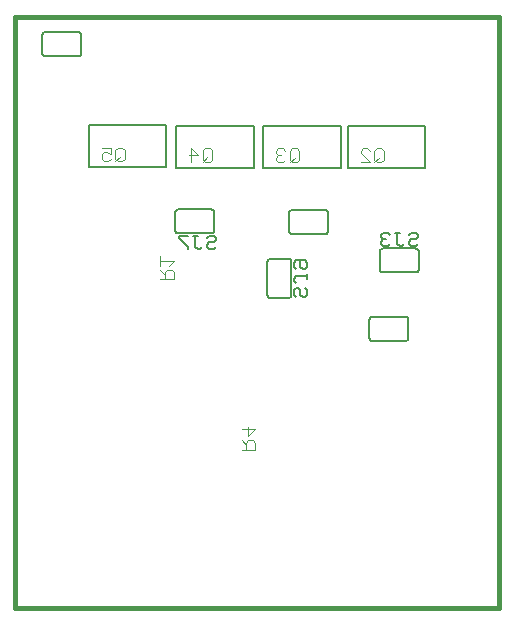
<source format=gbo>
G75*
%MOIN*%
%OFA0B0*%
%FSLAX24Y24*%
%IPPOS*%
%LPD*%
%AMOC8*
5,1,8,0,0,1.08239X$1,22.5*
%
%ADD10C,0.0160*%
%ADD11C,0.0080*%
%ADD12C,0.0040*%
%ADD13C,0.0060*%
%ADD14C,0.0050*%
D10*
X001046Y000180D02*
X017188Y000180D01*
X017188Y019865D01*
X001046Y019865D01*
X001046Y000180D01*
D11*
X003519Y014858D02*
X006100Y014858D01*
X006100Y016258D01*
X003519Y016258D01*
X003519Y014858D01*
X006437Y014842D02*
X009017Y014842D01*
X009017Y016242D01*
X006437Y016242D01*
X006437Y014842D01*
X009338Y014826D02*
X011919Y014826D01*
X011919Y016226D01*
X009338Y016226D01*
X009338Y014826D01*
X012153Y014826D02*
X014734Y014826D01*
X014734Y016226D01*
X012153Y016226D01*
X012153Y014826D01*
D12*
X012577Y015026D02*
X012884Y015026D01*
X012577Y015333D01*
X012577Y015410D01*
X012654Y015487D01*
X012807Y015487D01*
X012884Y015410D01*
X013037Y015410D02*
X013037Y015103D01*
X013114Y015026D01*
X013267Y015026D01*
X013344Y015103D01*
X013344Y015410D01*
X013267Y015487D01*
X013114Y015487D01*
X013037Y015410D01*
X013191Y015180D02*
X013037Y015026D01*
X010529Y015103D02*
X010453Y015026D01*
X010299Y015026D01*
X010222Y015103D01*
X010222Y015410D01*
X010299Y015487D01*
X010453Y015487D01*
X010529Y015410D01*
X010529Y015103D01*
X010376Y015180D02*
X010222Y015026D01*
X010069Y015103D02*
X009992Y015026D01*
X009839Y015026D01*
X009762Y015103D01*
X009762Y015180D01*
X009839Y015257D01*
X009915Y015257D01*
X009839Y015257D02*
X009762Y015333D01*
X009762Y015410D01*
X009839Y015487D01*
X009992Y015487D01*
X010069Y015410D01*
X007628Y015426D02*
X007628Y015119D01*
X007551Y015042D01*
X007397Y015042D01*
X007321Y015119D01*
X007321Y015426D01*
X007397Y015503D01*
X007551Y015503D01*
X007628Y015426D01*
X007474Y015196D02*
X007321Y015042D01*
X007167Y015272D02*
X006860Y015272D01*
X006937Y015042D02*
X006937Y015503D01*
X007167Y015272D01*
X004710Y015135D02*
X004634Y015058D01*
X004480Y015058D01*
X004403Y015135D01*
X004403Y015442D01*
X004480Y015518D01*
X004634Y015518D01*
X004710Y015442D01*
X004710Y015135D01*
X004557Y015211D02*
X004403Y015058D01*
X004250Y015135D02*
X004173Y015058D01*
X004020Y015058D01*
X003943Y015135D01*
X003943Y015288D01*
X004020Y015365D01*
X004097Y015365D01*
X004250Y015288D01*
X004250Y015518D01*
X003943Y015518D01*
X005898Y011891D02*
X005898Y011584D01*
X005898Y011431D02*
X006052Y011277D01*
X006052Y011354D02*
X006052Y011124D01*
X005898Y011124D02*
X006358Y011124D01*
X006358Y011354D01*
X006282Y011431D01*
X006128Y011431D01*
X006052Y011354D01*
X006205Y011584D02*
X006358Y011737D01*
X005898Y011737D01*
X008610Y006139D02*
X009071Y006139D01*
X008841Y005909D01*
X008841Y006216D01*
X008841Y005755D02*
X008764Y005678D01*
X008764Y005448D01*
X008610Y005448D02*
X009071Y005448D01*
X009071Y005678D01*
X008994Y005755D01*
X008841Y005755D01*
X008764Y005602D02*
X008610Y005755D01*
D13*
X012872Y009179D02*
X012872Y009779D01*
X012874Y009796D01*
X012878Y009813D01*
X012885Y009829D01*
X012895Y009843D01*
X012908Y009856D01*
X012922Y009866D01*
X012938Y009873D01*
X012955Y009877D01*
X012972Y009879D01*
X014072Y009879D01*
X014089Y009877D01*
X014106Y009873D01*
X014122Y009866D01*
X014136Y009856D01*
X014149Y009843D01*
X014159Y009829D01*
X014166Y009813D01*
X014170Y009796D01*
X014172Y009779D01*
X014172Y009179D01*
X014170Y009162D01*
X014166Y009145D01*
X014159Y009129D01*
X014149Y009115D01*
X014136Y009102D01*
X014122Y009092D01*
X014106Y009085D01*
X014089Y009081D01*
X014072Y009079D01*
X012972Y009079D01*
X012955Y009081D01*
X012938Y009085D01*
X012922Y009092D01*
X012908Y009102D01*
X012895Y009115D01*
X012885Y009129D01*
X012878Y009145D01*
X012874Y009162D01*
X012872Y009179D01*
X013311Y011355D02*
X014411Y011355D01*
X014428Y011357D01*
X014445Y011361D01*
X014461Y011368D01*
X014475Y011378D01*
X014488Y011391D01*
X014498Y011405D01*
X014505Y011421D01*
X014509Y011438D01*
X014511Y011455D01*
X014511Y012055D01*
X014509Y012072D01*
X014505Y012089D01*
X014498Y012105D01*
X014488Y012119D01*
X014475Y012132D01*
X014461Y012142D01*
X014445Y012149D01*
X014428Y012153D01*
X014411Y012155D01*
X013311Y012155D01*
X013294Y012153D01*
X013277Y012149D01*
X013261Y012142D01*
X013247Y012132D01*
X013234Y012119D01*
X013224Y012105D01*
X013217Y012089D01*
X013213Y012072D01*
X013211Y012055D01*
X013211Y011455D01*
X013213Y011438D01*
X013217Y011421D01*
X013224Y011405D01*
X013234Y011391D01*
X013247Y011378D01*
X013261Y011368D01*
X013277Y011361D01*
X013294Y011357D01*
X013311Y011355D01*
X011495Y012738D02*
X011495Y013338D01*
X011493Y013355D01*
X011489Y013372D01*
X011482Y013388D01*
X011472Y013402D01*
X011459Y013415D01*
X011445Y013425D01*
X011429Y013432D01*
X011412Y013436D01*
X011395Y013438D01*
X010295Y013438D01*
X010278Y013436D01*
X010261Y013432D01*
X010245Y013425D01*
X010231Y013415D01*
X010218Y013402D01*
X010208Y013388D01*
X010201Y013372D01*
X010197Y013355D01*
X010195Y013338D01*
X010195Y012738D01*
X010197Y012721D01*
X010201Y012704D01*
X010208Y012688D01*
X010218Y012674D01*
X010231Y012661D01*
X010245Y012651D01*
X010261Y012644D01*
X010278Y012640D01*
X010295Y012638D01*
X011395Y012638D01*
X011412Y012640D01*
X011429Y012644D01*
X011445Y012651D01*
X011459Y012661D01*
X011472Y012674D01*
X011482Y012688D01*
X011489Y012704D01*
X011493Y012721D01*
X011495Y012738D01*
X010274Y011712D02*
X010274Y010612D01*
X010272Y010595D01*
X010268Y010578D01*
X010261Y010562D01*
X010251Y010548D01*
X010238Y010535D01*
X010224Y010525D01*
X010208Y010518D01*
X010191Y010514D01*
X010174Y010512D01*
X009574Y010512D01*
X009557Y010514D01*
X009540Y010518D01*
X009524Y010525D01*
X009510Y010535D01*
X009497Y010548D01*
X009487Y010562D01*
X009480Y010578D01*
X009476Y010595D01*
X009474Y010612D01*
X009474Y011712D01*
X009476Y011729D01*
X009480Y011746D01*
X009487Y011762D01*
X009497Y011776D01*
X009510Y011789D01*
X009524Y011799D01*
X009540Y011806D01*
X009557Y011810D01*
X009574Y011812D01*
X010174Y011812D01*
X010191Y011810D01*
X010208Y011806D01*
X010224Y011799D01*
X010238Y011789D01*
X010251Y011776D01*
X010261Y011762D01*
X010268Y011746D01*
X010272Y011729D01*
X010274Y011712D01*
X007697Y012758D02*
X007697Y013358D01*
X007695Y013375D01*
X007691Y013392D01*
X007684Y013408D01*
X007674Y013422D01*
X007661Y013435D01*
X007647Y013445D01*
X007631Y013452D01*
X007614Y013456D01*
X007597Y013458D01*
X006497Y013458D01*
X006480Y013456D01*
X006463Y013452D01*
X006447Y013445D01*
X006433Y013435D01*
X006420Y013422D01*
X006410Y013408D01*
X006403Y013392D01*
X006399Y013375D01*
X006397Y013358D01*
X006397Y012758D01*
X006399Y012741D01*
X006403Y012724D01*
X006410Y012708D01*
X006420Y012694D01*
X006433Y012681D01*
X006447Y012671D01*
X006463Y012664D01*
X006480Y012660D01*
X006497Y012658D01*
X007597Y012658D01*
X007614Y012660D01*
X007631Y012664D01*
X007647Y012671D01*
X007661Y012681D01*
X007674Y012694D01*
X007684Y012708D01*
X007691Y012724D01*
X007695Y012741D01*
X007697Y012758D01*
X003167Y018567D02*
X002067Y018567D01*
X002050Y018569D01*
X002033Y018573D01*
X002017Y018580D01*
X002003Y018590D01*
X001990Y018603D01*
X001980Y018617D01*
X001973Y018633D01*
X001969Y018650D01*
X001967Y018667D01*
X001967Y019267D01*
X001969Y019284D01*
X001973Y019301D01*
X001980Y019317D01*
X001990Y019331D01*
X002003Y019344D01*
X002017Y019354D01*
X002033Y019361D01*
X002050Y019365D01*
X002067Y019367D01*
X003167Y019367D01*
X003184Y019365D01*
X003201Y019361D01*
X003217Y019354D01*
X003231Y019344D01*
X003244Y019331D01*
X003254Y019317D01*
X003261Y019301D01*
X003265Y019284D01*
X003267Y019267D01*
X003267Y018667D01*
X003265Y018650D01*
X003261Y018633D01*
X003254Y018617D01*
X003244Y018603D01*
X003231Y018590D01*
X003217Y018580D01*
X003201Y018573D01*
X003184Y018569D01*
X003167Y018567D01*
D14*
X006532Y012583D02*
X006532Y012508D01*
X006833Y012208D01*
X006833Y012133D01*
X007068Y012208D02*
X007068Y012583D01*
X007143Y012583D02*
X006993Y012583D01*
X006833Y012583D02*
X006532Y012583D01*
X007068Y012208D02*
X007143Y012133D01*
X007218Y012133D01*
X007293Y012208D01*
X007453Y012208D02*
X007528Y012133D01*
X007678Y012133D01*
X007753Y012208D01*
X007678Y012358D02*
X007528Y012358D01*
X007453Y012283D01*
X007453Y012208D01*
X007453Y012508D02*
X007528Y012583D01*
X007678Y012583D01*
X007753Y012508D01*
X007753Y012433D01*
X007678Y012358D01*
X010349Y011683D02*
X010424Y011758D01*
X010724Y011758D01*
X010800Y011683D01*
X010800Y011533D01*
X010724Y011458D01*
X010649Y011458D01*
X010574Y011533D01*
X010574Y011758D01*
X010349Y011683D02*
X010349Y011533D01*
X010424Y011458D01*
X010424Y011222D02*
X010349Y011147D01*
X010349Y011072D01*
X010424Y010997D01*
X010424Y010837D02*
X010349Y010762D01*
X010349Y010612D01*
X010424Y010537D01*
X010574Y010612D02*
X010574Y010762D01*
X010499Y010837D01*
X010424Y010837D01*
X010574Y010612D02*
X010649Y010537D01*
X010724Y010537D01*
X010800Y010612D01*
X010800Y010762D01*
X010724Y010837D01*
X010800Y011147D02*
X010800Y011298D01*
X010800Y011222D02*
X010424Y011222D01*
X013265Y012305D02*
X013340Y012230D01*
X013490Y012230D01*
X013565Y012305D01*
X013415Y012455D02*
X013340Y012455D01*
X013265Y012380D01*
X013265Y012305D01*
X013340Y012455D02*
X013265Y012530D01*
X013265Y012605D01*
X013340Y012680D01*
X013490Y012680D01*
X013565Y012605D01*
X013725Y012680D02*
X013875Y012680D01*
X013800Y012680D02*
X013800Y012305D01*
X013875Y012230D01*
X013950Y012230D01*
X014025Y012305D01*
X014186Y012305D02*
X014186Y012380D01*
X014261Y012455D01*
X014411Y012455D01*
X014486Y012530D01*
X014486Y012605D01*
X014411Y012680D01*
X014261Y012680D01*
X014186Y012605D01*
X014186Y012305D02*
X014261Y012230D01*
X014411Y012230D01*
X014486Y012305D01*
M02*

</source>
